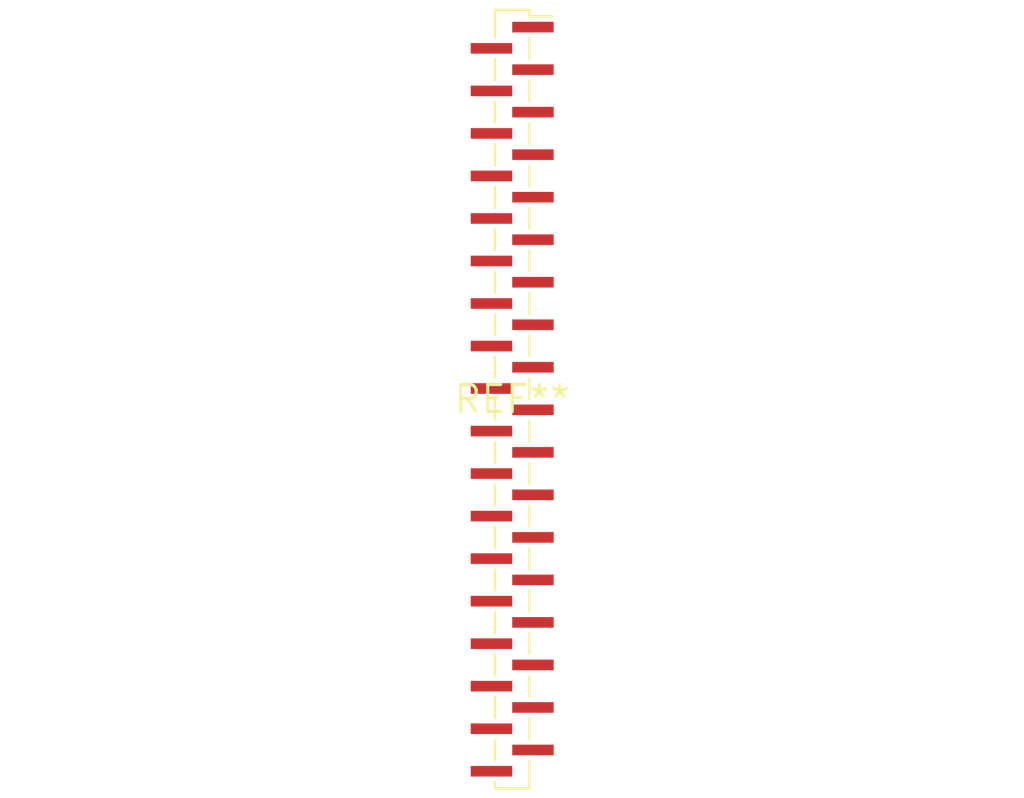
<source format=kicad_pcb>
(kicad_pcb (version 20240108) (generator pcbnew)
  (layers (0 "F.Cu" signal) (31 "B.Cu" signal) (34 "B.Paste" user) (35 "F.Paste" user) (36 "B.SilkS" user "B.Silkscreen") (37 "F.SilkS" user "F.Silkscreen") (38 "B.Mask" user) (39 "F.Mask" user) (44 "Edge.Cuts" user))
  (net 0 "")
  (footprint "PinSocket_1x36_P1.00mm_Vertical_SMD_Pin1Right" (layer "F.Cu") (at 0 0)
    (property "Reference" "REF**")
    (property "Value" "PinSocket_1x36_P1.00mm_Vertical_SMD_Pin1Right")
    (fp_line (start -0.81 -18.31) (end -0.81 -17.01) (layer "F.SilkS") (stroke (width 0.12)))
    (fp_line (start -0.81 -18.31) (end 0.81 -18.31) (layer "F.SilkS") (stroke (width 0.12)))
    (fp_line (start -0.81 -15.99) (end -0.81 -15.01) (layer "F.SilkS") (stroke (width 0.12)))
    (fp_line (start -0.81 -13.99) (end -0.81 -13.01) (layer "F.SilkS") (stroke (width 0.12)))
    (fp_line (start -0.81 -11.99) (end -0.81 -11.01) (layer "F.SilkS") (stroke (width 0.12)))
    (fp_line (start -0.81 -9.99) (end -0.81 -9.01) (layer "F.SilkS") (stroke (width 0.12)))
    (fp_line (start -0.81 -7.99) (end -0.81 -7.01) (layer "F.SilkS") (stroke (width 0.12)))
    (fp_line (start -0.81 -5.99) (end -0.81 -5.01) (layer "F.SilkS") (stroke (width 0.12)))
    (fp_line (start -0.81 -3.99) (end -0.81 -3.01) (layer "F.SilkS") (stroke (width 0.12)))
    (fp_line (start -0.81 -1.99) (end -0.81 -1.01) (layer "F.SilkS") (stroke (width 0.12)))
    (fp_line (start -0.81 0.01) (end -0.81 0.99) (layer "F.SilkS") (stroke (width 0.12)))
    (fp_line (start -0.81 2.01) (end -0.81 2.99) (layer "F.SilkS") (stroke (width 0.12)))
    (fp_line (start -0.81 4.01) (end -0.81 4.99) (layer "F.SilkS") (stroke (width 0.12)))
    (fp_line (start -0.81 6.01) (end -0.81 6.99) (layer "F.SilkS") (stroke (width 0.12)))
    (fp_line (start -0.81 8.01) (end -0.81 8.99) (layer "F.SilkS") (stroke (width 0.12)))
    (fp_line (start -0.81 10.01) (end -0.81 10.99) (layer "F.SilkS") (stroke (width 0.12)))
    (fp_line (start -0.81 12.01) (end -0.81 12.99) (layer "F.SilkS") (stroke (width 0.12)))
    (fp_line (start -0.81 14.01) (end -0.81 14.99) (layer "F.SilkS") (stroke (width 0.12)))
    (fp_line (start -0.81 16.01) (end -0.81 16.99) (layer "F.SilkS") (stroke (width 0.12)))
    (fp_line (start -0.81 18.01) (end -0.81 18.31) (layer "F.SilkS") (stroke (width 0.12)))
    (fp_line (start -0.81 18.31) (end 0.81 18.31) (layer "F.SilkS") (stroke (width 0.12)))
    (fp_line (start 0.81 -18.31) (end 0.81 -18.01) (layer "F.SilkS") (stroke (width 0.12)))
    (fp_line (start 0.81 -18.01) (end 1.89 -18.01) (layer "F.SilkS") (stroke (width 0.12)))
    (fp_line (start 0.81 -16.99) (end 0.81 -16.01) (layer "F.SilkS") (stroke (width 0.12)))
    (fp_line (start 0.81 -14.99) (end 0.81 -14.01) (layer "F.SilkS") (stroke (width 0.12)))
    (fp_line (start 0.81 -12.99) (end 0.81 -12.01) (layer "F.SilkS") (stroke (width 0.12)))
    (fp_line (start 0.81 -10.99) (end 0.81 -10.01) (layer "F.SilkS") (stroke (width 0.12)))
    (fp_line (start 0.81 -8.99) (end 0.81 -8.01) (layer "F.SilkS") (stroke (width 0.12)))
    (fp_line (start 0.81 -6.99) (end 0.81 -6.01) (layer "F.SilkS") (stroke (width 0.12)))
    (fp_line (start 0.81 -4.99) (end 0.81 -4.01) (layer "F.SilkS") (stroke (width 0.12)))
    (fp_line (start 0.81 -2.99) (end 0.81 -2.01) (layer "F.SilkS") (stroke (width 0.12)))
    (fp_line (start 0.81 -0.99) (end 0.81 -0.01) (layer "F.SilkS") (stroke (width 0.12)))
    (fp_line (start 0.81 1.01) (end 0.81 1.99) (layer "F.SilkS") (stroke (width 0.12)))
    (fp_line (start 0.81 3.01) (end 0.81 3.99) (layer "F.SilkS") (stroke (width 0.12)))
    (fp_line (start 0.81 5.01) (end 0.81 5.99) (layer "F.SilkS") (stroke (width 0.12)))
    (fp_line (start 0.81 7.01) (end 0.81 7.99) (layer "F.SilkS") (stroke (width 0.12)))
    (fp_line (start 0.81 9.01) (end 0.81 9.99) (layer "F.SilkS") (stroke (width 0.12)))
    (fp_line (start 0.81 11.01) (end 0.81 11.99) (layer "F.SilkS") (stroke (width 0.12)))
    (fp_line (start 0.81 13.01) (end 0.81 13.99) (layer "F.SilkS") (stroke (width 0.12)))
    (fp_line (start 0.81 15.01) (end 0.81 15.99) (layer "F.SilkS") (stroke (width 0.12)))
    (fp_line (start 0.81 17.01) (end 0.81 18.31) (layer "F.SilkS") (stroke (width 0.12)))
    (pad "1" smd rect (at 0.975 -17.5) (size 1.95 0.5) (layers "F.Cu" "F.Paste" "F.Mask"))
    (pad "2" smd rect (at -0.975 -16.5) (size 1.95 0.5) (layers "F.Cu" "F.Paste" "F.Mask"))
    (pad "3" smd rect (at 0.975 -15.5) (size 1.95 0.5) (layers "F.Cu" "F.Paste" "F.Mask"))
    (pad "4" smd rect (at -0.975 -14.5) (size 1.95 0.5) (layers "F.Cu" "F.Paste" "F.Mask"))
    (pad "5" smd rect (at 0.975 -13.5) (size 1.95 0.5) (layers "F.Cu" "F.Paste" "F.Mask"))
    (pad "6" smd rect (at -0.975 -12.5) (size 1.95 0.5) (layers "F.Cu" "F.Paste" "F.Mask"))
    (pad "7" smd rect (at 0.975 -11.5) (size 1.95 0.5) (layers "F.Cu" "F.Paste" "F.Mask"))
    (pad "8" smd rect (at -0.975 -10.5) (size 1.95 0.5) (layers "F.Cu" "F.Paste" "F.Mask"))
    (pad "9" smd rect (at 0.975 -9.5) (size 1.95 0.5) (layers "F.Cu" "F.Paste" "F.Mask"))
    (pad "10" smd rect (at -0.975 -8.5) (size 1.95 0.5) (layers "F.Cu" "F.Paste" "F.Mask"))
    (pad "11" smd rect (at 0.975 -7.5) (size 1.95 0.5) (layers "F.Cu" "F.Paste" "F.Mask"))
    (pad "12" smd rect (at -0.975 -6.5) (size 1.95 0.5) (layers "F.Cu" "F.Paste" "F.Mask"))
    (pad "13" smd rect (at 0.975 -5.5) (size 1.95 0.5) (layers "F.Cu" "F.Paste" "F.Mask"))
    (pad "14" smd rect (at -0.975 -4.5) (size 1.95 0.5) (layers "F.Cu" "F.Paste" "F.Mask"))
    (pad "15" smd rect (at 0.975 -3.5) (size 1.95 0.5) (layers "F.Cu" "F.Paste" "F.Mask"))
    (pad "16" smd rect (at -0.975 -2.5) (size 1.95 0.5) (layers "F.Cu" "F.Paste" "F.Mask"))
    (pad "17" smd rect (at 0.975 -1.5) (size 1.95 0.5) (layers "F.Cu" "F.Paste" "F.Mask"))
    (pad "18" smd rect (at -0.975 -0.5) (size 1.95 0.5) (layers "F.Cu" "F.Paste" "F.Mask"))
    (pad "19" smd rect (at 0.975 0.5) (size 1.95 0.5) (layers "F.Cu" "F.Paste" "F.Mask"))
    (pad "20" smd rect (at -0.975 1.5) (size 1.95 0.5) (layers "F.Cu" "F.Paste" "F.Mask"))
    (pad "21" smd rect (at 0.975 2.5) (size 1.95 0.5) (layers "F.Cu" "F.Paste" "F.Mask"))
    (pad "22" smd rect (at -0.975 3.5) (size 1.95 0.5) (layers "F.Cu" "F.Paste" "F.Mask"))
    (pad "23" smd rect (at 0.975 4.5) (size 1.95 0.5) (layers "F.Cu" "F.Paste" "F.Mask"))
    (pad "24" smd rect (at -0.975 5.5) (size 1.95 0.5) (layers "F.Cu" "F.Paste" "F.Mask"))
    (pad "25" smd rect (at 0.975 6.5) (size 1.95 0.5) (layers "F.Cu" "F.Paste" "F.Mask"))
    (pad "26" smd rect (at -0.975 7.5) (size 1.95 0.5) (layers "F.Cu" "F.Paste" "F.Mask"))
    (pad "27" smd rect (at 0.975 8.5) (size 1.95 0.5) (layers "F.Cu" "F.Paste" "F.Mask"))
    (pad "28" smd rect (at -0.975 9.5) (size 1.95 0.5) (layers "F.Cu" "F.Paste" "F.Mask"))
    (pad "29" smd rect (at 0.975 10.5) (size 1.95 0.5) (layers "F.Cu" "F.Paste" "F.Mask"))
    (pad "30" smd rect (at -0.975 11.5) (size 1.95 0.5) (layers "F.Cu" "F.Paste" "F.Mask"))
    (pad "31" smd rect (at 0.975 12.5) (size 1.95 0.5) (layers "F.Cu" "F.Paste" "F.Mask"))
    (pad "32" smd rect (at -0.975 13.5) (size 1.95 0.5) (layers "F.Cu" "F.Paste" "F.Mask"))
    (pad "33" smd rect (at 0.975 14.5) (size 1.95 0.5) (layers "F.Cu" "F.Paste" "F.Mask"))
    (pad "34" smd rect (at -0.975 15.5) (size 1.95 0.5) (layers "F.Cu" "F.Paste" "F.Mask"))
    (pad "35" smd rect (at 0.975 16.5) (size 1.95 0.5) (layers "F.Cu" "F.Paste" "F.Mask"))
    (pad "36" smd rect (at -0.975 17.5) (size 1.95 0.5) (layers "F.Cu" "F.Paste" "F.Mask"))
  )
)
</source>
